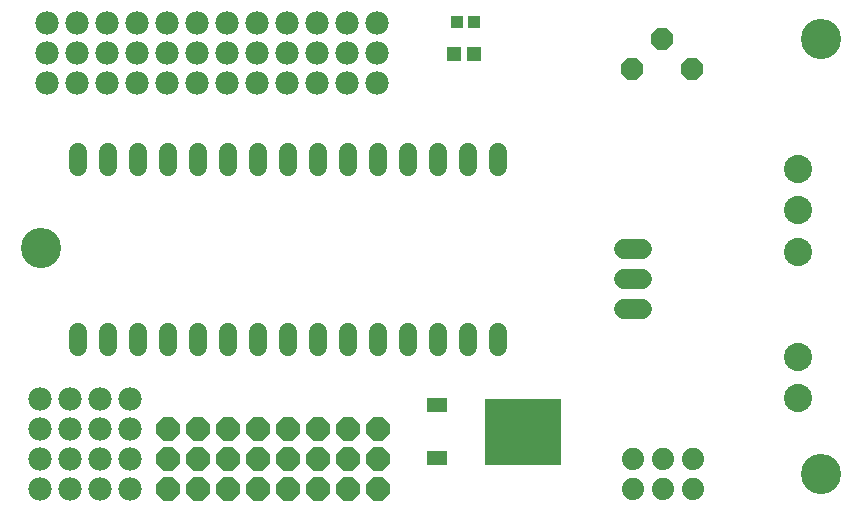
<source format=gts>
G75*
%MOIN*%
%OFA0B0*%
%FSLAX25Y25*%
%IPPOS*%
%LPD*%
%AMOC8*
5,1,8,0,0,1.08239X$1,22.5*
%
%ADD10C,0.13398*%
%ADD11R,0.25209X0.22060*%
%ADD12R,0.07099X0.04737*%
%ADD13OC8,0.07800*%
%ADD14C,0.07800*%
%ADD15R,0.04737X0.05131*%
%ADD16C,0.05950*%
%ADD17R,0.03950X0.03950*%
%ADD18OC8,0.07400*%
%ADD19C,0.06800*%
%ADD20C,0.09400*%
%ADD21C,0.07400*%
D10*
X0065180Y0096495D03*
X0325184Y0166220D03*
X0325173Y0021211D03*
D11*
X0225981Y0035469D03*
D12*
X0197241Y0044445D03*
X0197241Y0026492D03*
D13*
X0177621Y0026289D03*
X0167621Y0026289D03*
X0167713Y0016295D03*
X0177713Y0016295D03*
X0157713Y0016295D03*
X0147713Y0016295D03*
X0147621Y0026289D03*
X0157621Y0026289D03*
X0157603Y0036283D03*
X0147603Y0036283D03*
X0137603Y0036283D03*
X0127603Y0036283D03*
X0117603Y0036283D03*
X0107603Y0036283D03*
X0107621Y0026289D03*
X0107713Y0016295D03*
X0117713Y0016295D03*
X0127713Y0016295D03*
X0137713Y0016295D03*
X0137621Y0026289D03*
X0127621Y0026289D03*
X0117621Y0026289D03*
X0167603Y0036283D03*
X0177603Y0036283D03*
D14*
X0064859Y0016217D03*
X0074859Y0016217D03*
X0084859Y0016217D03*
X0094859Y0016217D03*
X0095095Y0026256D03*
X0085095Y0026256D03*
X0075095Y0026256D03*
X0065095Y0026256D03*
X0065095Y0036256D03*
X0075095Y0036256D03*
X0085095Y0036256D03*
X0095095Y0036256D03*
X0095095Y0046256D03*
X0085095Y0046256D03*
X0075095Y0046256D03*
X0065095Y0046256D03*
X0067438Y0151531D03*
X0077438Y0151531D03*
X0087438Y0151531D03*
X0097438Y0151531D03*
X0107438Y0151531D03*
X0117438Y0151531D03*
X0127438Y0151531D03*
X0137438Y0151531D03*
X0147438Y0151531D03*
X0157438Y0151531D03*
X0167438Y0151531D03*
X0177438Y0151531D03*
X0177438Y0161531D03*
X0167438Y0161531D03*
X0157438Y0161531D03*
X0147438Y0161531D03*
X0137438Y0161531D03*
X0127438Y0161531D03*
X0117438Y0161531D03*
X0107438Y0161531D03*
X0097438Y0161531D03*
X0087438Y0161531D03*
X0077438Y0161531D03*
X0067438Y0161531D03*
X0067438Y0171531D03*
X0077438Y0171531D03*
X0087438Y0171531D03*
X0097438Y0171531D03*
X0107438Y0171531D03*
X0117438Y0171531D03*
X0127438Y0171531D03*
X0137438Y0171531D03*
X0147438Y0171531D03*
X0157438Y0171531D03*
X0167438Y0171531D03*
X0177438Y0171531D03*
D15*
X0203068Y0161295D03*
X0209760Y0161295D03*
D16*
X0207595Y0128791D02*
X0207595Y0123642D01*
X0197595Y0123642D02*
X0197595Y0128791D01*
X0187595Y0128791D02*
X0187595Y0123642D01*
X0177595Y0123642D02*
X0177595Y0128791D01*
X0167595Y0128791D02*
X0167595Y0123642D01*
X0157595Y0123642D02*
X0157595Y0128791D01*
X0147595Y0128791D02*
X0147595Y0123642D01*
X0137595Y0123642D02*
X0137595Y0128791D01*
X0127595Y0128791D02*
X0127595Y0123642D01*
X0117595Y0123642D02*
X0117595Y0128791D01*
X0107595Y0128791D02*
X0107595Y0123642D01*
X0097595Y0123642D02*
X0097595Y0128791D01*
X0087595Y0128791D02*
X0087595Y0123642D01*
X0077595Y0123642D02*
X0077595Y0128791D01*
X0077595Y0068791D02*
X0077595Y0063642D01*
X0087595Y0063642D02*
X0087595Y0068791D01*
X0097595Y0068791D02*
X0097595Y0063642D01*
X0107595Y0063642D02*
X0107595Y0068791D01*
X0117595Y0068791D02*
X0117595Y0063642D01*
X0127595Y0063642D02*
X0127595Y0068791D01*
X0137595Y0068791D02*
X0137595Y0063642D01*
X0147595Y0063642D02*
X0147595Y0068791D01*
X0157595Y0068791D02*
X0157595Y0063642D01*
X0167595Y0063642D02*
X0167595Y0068791D01*
X0177595Y0068791D02*
X0177595Y0063642D01*
X0187595Y0063642D02*
X0187595Y0068791D01*
X0197595Y0068791D02*
X0197595Y0063642D01*
X0207595Y0063642D02*
X0207595Y0068791D01*
X0217595Y0068791D02*
X0217595Y0063642D01*
X0217595Y0123642D02*
X0217595Y0128791D01*
D17*
X0209800Y0171846D03*
X0203894Y0171846D03*
D18*
X0262438Y0156177D03*
X0272438Y0166177D03*
X0282438Y0156177D03*
D19*
X0265595Y0096256D02*
X0259595Y0096256D01*
X0259595Y0086256D02*
X0265595Y0086256D01*
X0265595Y0076256D02*
X0259595Y0076256D01*
D20*
X0317595Y0060449D03*
X0317595Y0046669D03*
X0317595Y0095390D03*
X0317595Y0109169D03*
X0317595Y0122949D03*
D21*
X0282584Y0026231D03*
X0272584Y0026231D03*
X0272595Y0016256D03*
X0282595Y0016256D03*
X0262595Y0016256D03*
X0262584Y0026231D03*
M02*

</source>
